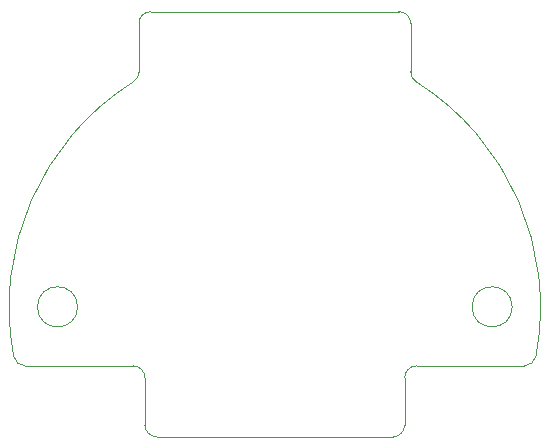
<source format=gbr>
%TF.GenerationSoftware,KiCad,Pcbnew,(6.0.9-0)*%
%TF.CreationDate,2022-12-16T11:10:41-08:00*%
%TF.ProjectId,trackball,74726163-6b62-4616-9c6c-2e6b69636164,v01*%
%TF.SameCoordinates,Original*%
%TF.FileFunction,Profile,NP*%
%FSLAX46Y46*%
G04 Gerber Fmt 4.6, Leading zero omitted, Abs format (unit mm)*
G04 Created by KiCad (PCBNEW (6.0.9-0)) date 2022-12-16 11:10:41*
%MOMM*%
%LPD*%
G01*
G04 APERTURE LIST*
%TA.AperFunction,Profile*%
%ADD10C,0.100000*%
%TD*%
G04 APERTURE END LIST*
D10*
X133000000Y-123000000D02*
X133000000Y-127100252D01*
X132500000Y-152000001D02*
X123375370Y-152000001D01*
X164600036Y-147000001D02*
G75*
G03*
X164600036Y-147000001I-1700000J0D01*
G01*
X156500000Y-152000000D02*
G75*
G03*
X155500000Y-153000001I0J-1000000D01*
G01*
X156000000Y-123000000D02*
X156000000Y-127100252D01*
X133499999Y-157000001D02*
G75*
G03*
X134500000Y-158000001I1000001J1D01*
G01*
X156000000Y-123000000D02*
G75*
G03*
X155000000Y-122000000I-1000000J0D01*
G01*
X133499999Y-153000001D02*
G75*
G03*
X132500000Y-152000001I-999999J1D01*
G01*
X134000000Y-122000000D02*
G75*
G03*
X133000000Y-123000000I0J-1000000D01*
G01*
X166607170Y-151186048D02*
G75*
G03*
X156468085Y-127947050I-22107170J4186048D01*
G01*
X132531937Y-127947084D02*
G75*
G03*
X133000000Y-127100252I-531937J846784D01*
G01*
X133500000Y-157000001D02*
X133500000Y-153000001D01*
X127799964Y-147000001D02*
G75*
G03*
X127799964Y-147000001I-1700000J0D01*
G01*
X132531915Y-127947049D02*
G75*
G03*
X122392829Y-151186048I11968085J-19052951D01*
G01*
X156000040Y-127100252D02*
G75*
G03*
X156468085Y-127947050I999960J-48D01*
G01*
X155500000Y-157000001D02*
X155500000Y-153000001D01*
X134000000Y-122000000D02*
X155000000Y-122000000D01*
X165624630Y-151999932D02*
G75*
G03*
X166607171Y-151186048I70J999932D01*
G01*
X122392857Y-151186043D02*
G75*
G03*
X123375370Y-152000001I982543J186043D01*
G01*
X156500000Y-152000001D02*
X165624630Y-152000001D01*
X134500000Y-158000001D02*
X154500000Y-158000001D01*
X154500000Y-158000000D02*
G75*
G03*
X155500000Y-157000001I0J1000000D01*
G01*
M02*

</source>
